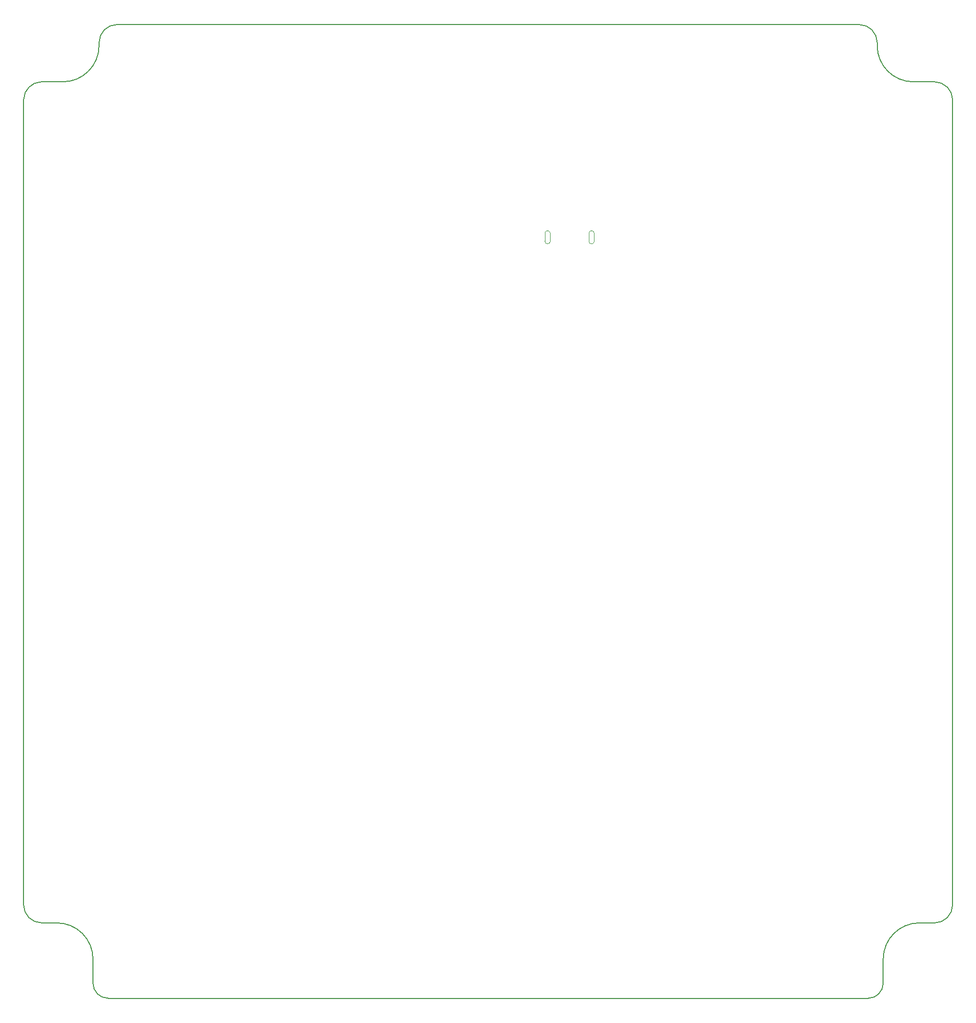
<source format=gko>
G75*
G70*
%OFA0B0*%
%FSLAX25Y25*%
%IPPOS*%
%LPD*%
%AMOC8*
5,1,8,0,0,1.08239X$1,22.5*
%
%ADD187C,0.00472*%
%ADD197C,0.00500*%
X0000000Y0000000D02*
%LPD*%
G01*
D197*
X0021654Y0049213D02*
G75*
G02*
X0045276Y0025591I0000000J-023622D01*
G01*
X0011811Y0049213D02*
G75*
G02*
X0000000Y0061024I0000000J0011811D01*
G01*
X0025591Y0598425D02*
X0011811Y0598425D01*
X0061024Y0635827D02*
X0545276Y0635827D01*
X0049213Y0622047D02*
G75*
G02*
X0025591Y0598425I-023622J0000000D01*
G01*
X0545276Y0635827D02*
G75*
G02*
X0557087Y0624016I0000000J-011811D01*
G01*
X0055118Y0000000D02*
G75*
G02*
X0045276Y0009843I0000000J0009843D01*
G01*
X0045276Y0025591D02*
X0045276Y0009843D01*
X0606299Y0586614D02*
X0606299Y0061024D01*
X0557087Y0624016D02*
X0557087Y0622047D01*
X0049213Y0624016D02*
X0049213Y0622047D01*
X0000000Y0586614D02*
X0000000Y0061024D01*
X0580709Y0598425D02*
G75*
G02*
X0557087Y0622047I0000000J0023622D01*
G01*
X0594488Y0598425D02*
G75*
G02*
X0606299Y0586614I0000000J-011811D01*
G01*
X0551181Y0000000D02*
X0055118Y0000000D01*
X0580709Y0598425D02*
X0594488Y0598425D01*
X0000000Y0586614D02*
G75*
G02*
X0011811Y0598425I0011811J0000000D01*
G01*
X0021654Y0049213D02*
X0011811Y0049213D01*
X0561024Y0009843D02*
G75*
G02*
X0551181Y0000000I-009843J0000000D01*
G01*
X0584646Y0049213D02*
X0594488Y0049213D01*
X0561024Y0025591D02*
G75*
G02*
X0584646Y0049213I0023622J0000000D01*
G01*
X0606299Y0061024D02*
G75*
G02*
X0594488Y0049213I-011811J0000000D01*
G01*
X0561024Y0009843D02*
X0561024Y0025591D01*
X0049213Y0624016D02*
G75*
G02*
X0061024Y0635827I0011811J0000000D01*
G01*
D187*
X0368914Y0494323D02*
X0368914Y0499754D01*
X0343690Y0499520D02*
X0343690Y0494088D01*
X0372409Y0499496D02*
X0372409Y0494064D01*
X0340195Y0494347D02*
X0340195Y0499779D01*
X0372409Y0499496D02*
G75*
G03*
X0368914Y0499754I-001759J-000030D01*
G01*
X0343690Y0499520D02*
G75*
G03*
X0340195Y0499779I-001759J-000030D01*
G01*
X0368914Y0494323D02*
G75*
G03*
X0372409Y0494064I0001759J0000030D01*
G01*
X0340195Y0494347D02*
G75*
G03*
X0343690Y0494088I0001759J0000030D01*
G01*
X0456834Y0320392D02*
G01*
G75*
X0496061Y0155578D02*
G01*
G75*
X0457350Y0252986D02*
G01*
G75*
X0284023Y0039428D02*
G01*
G75*
X0227618Y0308864D02*
G01*
G75*
X0437370Y0100879D02*
G01*
G75*
X0226092Y0062948D02*
G01*
G75*
X0229064Y0434526D02*
G01*
G75*
X0423267Y0376824D02*
G01*
G75*
X0118904Y0476098D02*
G01*
G75*
X0086313Y0305463D02*
G01*
G75*
X0321361Y0389988D02*
%LPD*%
G01*
M02*

</source>
